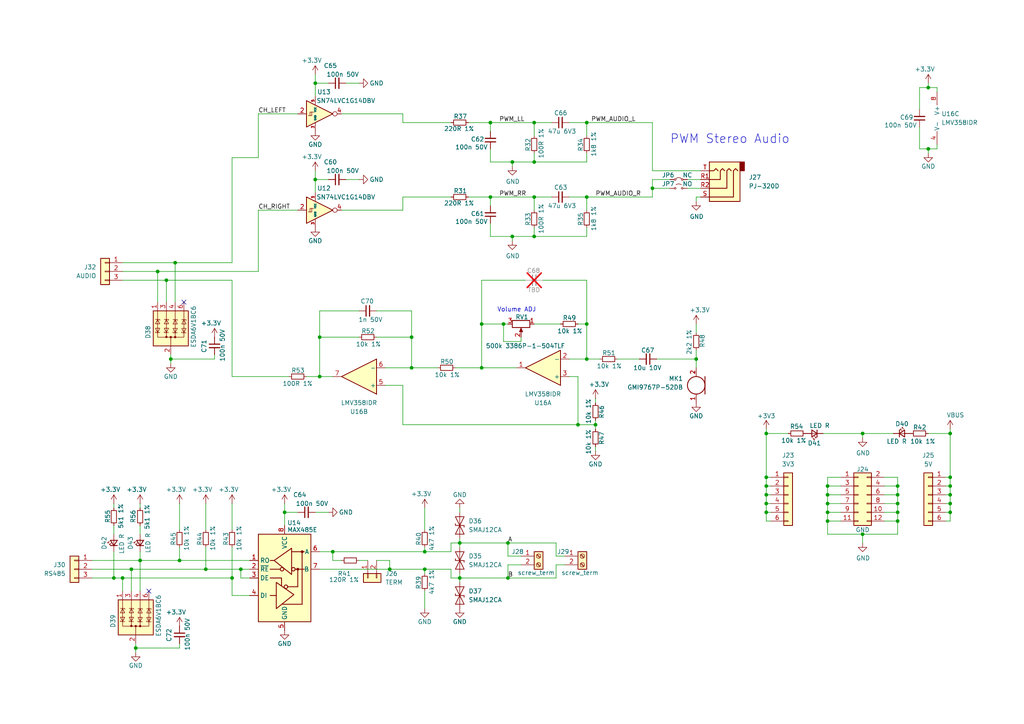
<source format=kicad_sch>
(kicad_sch (version 20231120) (generator "eeschema") (generator_version "8.0")
  (paper "A4")
  (junction (at 222.25 143.51))
  (junction (at 269.24 43.18))
  (junction (at 222.25 148.59))
  (junction (at 275.59 138.43))
  (junction (at 113.03 165.1))
  (junction (at 275.59 125.73))
  (junction (at 172.72 123.19))
  (junction (at 142.24 35.56))
  (junction (at 147.32 157.48))
  (junction (at 133.35 167.64))
  (junction (at 275.59 140.97))
  (junction (at 33.02 167.64))
  (junction (at 38.1 165.1))
  (junction (at 123.19 160.02))
  (junction (at 154.94 35.56))
  (junction (at 59.69 165.1))
  (junction (at 45.72 78.74))
  (junction (at 96.52 160.02))
  (junction (at 260.35 148.59))
  (junction (at 146.05 93.98))
  (junction (at 275.59 143.51))
  (junction (at 260.35 143.51))
  (junction (at 39.37 187.96))
  (junction (at 49.53 104.14))
  (junction (at 35.56 167.64))
  (junction (at 139.7 106.68))
  (junction (at 91.44 52.07))
  (junction (at 260.35 140.97))
  (junction (at 222.25 140.97))
  (junction (at 92.71 97.79))
  (junction (at 275.59 146.05))
  (junction (at 240.03 140.97))
  (junction (at 50.8 76.2))
  (junction (at 82.55 148.59))
  (junction (at 148.59 68.58))
  (junction (at 201.93 104.14))
  (junction (at 139.7 93.98))
  (junction (at 222.25 146.05))
  (junction (at 170.18 93.98))
  (junction (at 142.24 57.15))
  (junction (at 250.19 154.94))
  (junction (at 40.64 162.56))
  (junction (at 133.35 157.48))
  (junction (at 170.18 57.15))
  (junction (at 260.35 146.05))
  (junction (at 48.26 81.28))
  (junction (at 170.18 35.56))
  (junction (at 52.07 162.56))
  (junction (at 250.19 125.73))
  (junction (at 154.94 57.15))
  (junction (at 147.32 167.64))
  (junction (at 167.64 123.19))
  (junction (at 69.85 165.1))
  (junction (at 91.44 24.13))
  (junction (at 119.38 106.68))
  (junction (at 222.25 125.73))
  (junction (at 148.59 46.99))
  (junction (at 170.18 104.14))
  (junction (at 123.19 165.1))
  (junction (at 92.71 109.22))
  (junction (at 154.94 46.99))
  (junction (at 240.03 143.51))
  (junction (at 67.31 167.64))
  (junction (at 119.38 97.79))
  (junction (at 269.24 25.4))
  (junction (at 260.35 151.13))
  (junction (at 275.59 148.59))
  (junction (at 189.23 54.61))
  (junction (at 240.03 151.13))
  (junction (at 240.03 148.59))
  (junction (at 154.94 68.58))
  (junction (at 240.03 146.05))
  (junction (at 222.25 138.43))
  (no_connect (at 43.18 171.45))
  (no_connect (at 53.34 87.63))
  (wire (pts (xy 222.25 148.59) (xy 222.25 151.13)))
  (wire (pts (xy 130.81 167.64) (xy 133.35 167.64)))
  (wire (pts (xy 74.93 60.96) (xy 86.36 60.96)))
  (wire (pts (xy 142.24 59.69) (xy 142.24 57.15)))
  (wire (pts (xy 163.83 163.83) (xy 161.29 163.83)))
  (wire (pts (xy 250.19 154.94) (xy 250.19 157.48)))
  (wire (pts (xy 275.59 148.59) (xy 275.59 151.13)))
  (wire (pts (xy 269.24 24.13) (xy 269.24 25.4)))
  (wire (pts (xy 154.94 35.56) (xy 160.02 35.56)))
  (wire (pts (xy 240.03 146.05) (xy 240.03 148.59)))
  (wire (pts (xy 142.24 57.15) (xy 154.94 57.15)))
  (wire (pts (xy 92.71 97.79) (xy 92.71 109.22)))
  (wire (pts (xy 142.24 43.18) (xy 142.24 46.99)))
  (wire (pts (xy 170.18 81.28) (xy 170.18 93.98)))
  (wire (pts (xy 269.24 125.73) (xy 275.59 125.73)))
  (wire (pts (xy 275.59 125.73) (xy 275.59 138.43)))
  (wire (pts (xy 172.72 115.57) (xy 172.72 116.84)))
  (wire (pts (xy 67.31 146.05) (xy 67.31 153.67)))
  (wire (pts (xy 67.31 81.28) (xy 67.31 109.22)))
  (wire (pts (xy 116.84 123.19) (xy 116.84 111.76)))
  (wire (pts (xy 146.05 93.98) (xy 139.7 93.98)))
  (wire (pts (xy 26.67 167.64) (xy 33.02 167.64)))
  (wire (pts (xy 266.7 31.75) (xy 266.7 25.4)))
  (wire (pts (xy 62.23 102.87) (xy 62.23 104.14)))
  (wire (pts (xy 67.31 167.64) (xy 67.31 172.72)))
  (wire (pts (xy 274.32 148.59) (xy 275.59 148.59)))
  (wire (pts (xy 52.07 146.05) (xy 52.07 153.67)))
  (wire (pts (xy 127 106.68) (xy 119.38 106.68)))
  (wire (pts (xy 148.59 46.99) (xy 154.94 46.99)))
  (wire (pts (xy 123.19 160.02) (xy 123.19 158.75)))
  (wire (pts (xy 113.03 165.1) (xy 123.19 165.1)))
  (wire (pts (xy 172.72 129.54) (xy 172.72 130.81)))
  (wire (pts (xy 165.1 57.15) (xy 170.18 57.15)))
  (wire (pts (xy 189.23 49.53) (xy 189.23 35.56)))
  (wire (pts (xy 170.18 104.14) (xy 165.1 104.14)))
  (wire (pts (xy 133.35 167.64) (xy 133.35 168.91)))
  (wire (pts (xy 256.54 138.43) (xy 260.35 138.43)))
  (wire (pts (xy 50.8 76.2) (xy 35.56 76.2)))
  (wire (pts (xy 275.59 143.51) (xy 275.59 146.05)))
  (wire (pts (xy 142.24 46.99) (xy 148.59 46.99)))
  (wire (pts (xy 49.53 102.87) (xy 49.53 104.14)))
  (wire (pts (xy 135.89 35.56) (xy 142.24 35.56)))
  (wire (pts (xy 162.56 93.98) (xy 154.94 93.98)))
  (wire (pts (xy 170.18 44.45) (xy 170.18 46.99)))
  (wire (pts (xy 222.25 140.97) (xy 223.52 140.97)))
  (wire (pts (xy 52.07 187.96) (xy 39.37 187.96)))
  (wire (pts (xy 151.13 161.29) (xy 147.32 161.29)))
  (wire (pts (xy 91.44 24.13) (xy 91.44 27.94)))
  (wire (pts (xy 240.03 146.05) (xy 243.84 146.05)))
  (wire (pts (xy 274.32 143.51) (xy 275.59 143.51)))
  (wire (pts (xy 172.72 123.19) (xy 172.72 124.46)))
  (wire (pts (xy 33.02 160.02) (xy 33.02 167.64)))
  (wire (pts (xy 109.22 97.79) (xy 119.38 97.79)))
  (wire (pts (xy 133.35 157.48) (xy 133.35 158.75)))
  (wire (pts (xy 133.35 167.64) (xy 147.32 167.64)))
  (wire (pts (xy 201.93 101.6) (xy 201.93 104.14)))
  (wire (pts (xy 222.25 151.13) (xy 223.52 151.13)))
  (wire (pts (xy 48.26 81.28) (xy 48.26 87.63)))
  (wire (pts (xy 69.85 165.1) (xy 69.85 167.64)))
  (wire (pts (xy 151.13 163.83) (xy 147.32 163.83)))
  (wire (pts (xy 91.44 148.59) (xy 95.25 148.59)))
  (wire (pts (xy 275.59 138.43) (xy 275.59 140.97)))
  (wire (pts (xy 33.02 146.05) (xy 33.02 147.32)))
  (wire (pts (xy 67.31 158.75) (xy 67.31 167.64)))
  (wire (pts (xy 123.19 165.1) (xy 130.81 165.1)))
  (wire (pts (xy 146.05 93.98) (xy 147.32 93.98)))
  (wire (pts (xy 172.72 121.92) (xy 172.72 123.19)))
  (wire (pts (xy 163.83 161.29) (xy 161.29 161.29)))
  (wire (pts (xy 39.37 186.69) (xy 39.37 187.96)))
  (wire (pts (xy 275.59 146.05) (xy 275.59 148.59)))
  (wire (pts (xy 33.02 167.64) (xy 35.56 167.64)))
  (wire (pts (xy 154.94 57.15) (xy 154.94 60.96)))
  (wire (pts (xy 189.23 54.61) (xy 194.31 54.61)))
  (wire (pts (xy 201.93 93.98) (xy 201.93 96.52)))
  (wire (pts (xy 91.44 52.07) (xy 95.25 52.07)))
  (wire (pts (xy 222.25 143.51) (xy 222.25 146.05)))
  (wire (pts (xy 260.35 138.43) (xy 260.35 140.97)))
  (wire (pts (xy 35.56 167.64) (xy 35.56 171.45)))
  (wire (pts (xy 240.03 148.59) (xy 240.03 151.13)))
  (wire (pts (xy 59.69 146.05) (xy 59.69 153.67)))
  (wire (pts (xy 266.7 43.18) (xy 269.24 43.18)))
  (wire (pts (xy 260.35 143.51) (xy 260.35 146.05)))
  (wire (pts (xy 222.25 146.05) (xy 223.52 146.05)))
  (wire (pts (xy 82.55 148.59) (xy 86.36 148.59)))
  (wire (pts (xy 240.03 148.59) (xy 243.84 148.59)))
  (wire (pts (xy 266.7 25.4) (xy 269.24 25.4)))
  (wire (pts (xy 256.54 143.51) (xy 260.35 143.51)))
  (wire (pts (xy 38.1 165.1) (xy 59.69 165.1)))
  (wire (pts (xy 256.54 140.97) (xy 260.35 140.97)))
  (wire (pts (xy 154.94 44.45) (xy 154.94 46.99)))
  (wire (pts (xy 123.19 160.02) (xy 130.81 160.02)))
  (wire (pts (xy 130.81 165.1) (xy 130.81 167.64)))
  (wire (pts (xy 189.23 54.61) (xy 189.23 57.15)))
  (wire (pts (xy 154.94 66.04) (xy 154.94 68.58)))
  (wire (pts (xy 201.93 104.14) (xy 201.93 106.68)))
  (wire (pts (xy 119.38 106.68) (xy 111.76 106.68)))
  (wire (pts (xy 100.33 52.07) (xy 104.14 52.07)))
  (wire (pts (xy 240.03 138.43) (xy 240.03 140.97)))
  (wire (pts (xy 139.7 81.28) (xy 139.7 93.98)))
  (wire (pts (xy 146.05 99.06) (xy 146.05 93.98)))
  (wire (pts (xy 167.64 123.19) (xy 167.64 109.22)))
  (wire (pts (xy 148.59 68.58) (xy 154.94 68.58)))
  (wire (pts (xy 173.99 104.14) (xy 170.18 104.14)))
  (wire (pts (xy 240.03 151.13) (xy 243.84 151.13)))
  (wire (pts (xy 170.18 57.15) (xy 170.18 60.96)))
  (wire (pts (xy 157.48 81.28) (xy 170.18 81.28)))
  (wire (pts (xy 142.24 68.58) (xy 148.59 68.58)))
  (wire (pts (xy 67.31 45.72) (xy 74.93 45.72)))
  (wire (pts (xy 170.18 66.04) (xy 170.18 68.58)))
  (wire (pts (xy 201.93 104.14) (xy 190.5 104.14)))
  (wire (pts (xy 33.02 152.4) (xy 33.02 154.94)))
  (wire (pts (xy 99.06 33.02) (xy 116.84 33.02)))
  (wire (pts (xy 67.31 76.2) (xy 50.8 76.2)))
  (wire (pts (xy 116.84 35.56) (xy 130.81 35.56)))
  (wire (pts (xy 240.03 140.97) (xy 243.84 140.97)))
  (wire (pts (xy 139.7 93.98) (xy 139.7 106.68)))
  (wire (pts (xy 222.25 140.97) (xy 222.25 143.51)))
  (wire (pts (xy 161.29 161.29) (xy 161.29 157.48)))
  (wire (pts (xy 271.78 25.4) (xy 271.78 26.67)))
  (wire (pts (xy 266.7 36.83) (xy 266.7 43.18)))
  (wire (pts (xy 147.32 157.48) (xy 147.32 161.29)))
  (wire (pts (xy 154.94 68.58) (xy 170.18 68.58)))
  (wire (pts (xy 45.72 78.74) (xy 74.93 78.74)))
  (wire (pts (xy 222.25 138.43) (xy 223.52 138.43)))
  (wire (pts (xy 275.59 140.97) (xy 275.59 143.51)))
  (wire (pts (xy 96.52 162.56) (xy 96.52 160.02)))
  (wire (pts (xy 69.85 167.64) (xy 72.39 167.64)))
  (wire (pts (xy 40.64 160.02) (xy 40.64 162.56)))
  (wire (pts (xy 82.55 146.05) (xy 82.55 148.59)))
  (wire (pts (xy 269.24 43.18) (xy 271.78 43.18)))
  (wire (pts (xy 130.81 157.48) (xy 133.35 157.48)))
  (wire (pts (xy 172.72 123.19) (xy 167.64 123.19)))
  (wire (pts (xy 45.72 78.74) (xy 45.72 87.63)))
  (wire (pts (xy 154.94 46.99) (xy 170.18 46.99)))
  (wire (pts (xy 130.81 160.02) (xy 130.81 157.48)))
  (wire (pts (xy 104.14 162.56) (xy 106.68 162.56)))
  (wire (pts (xy 52.07 162.56) (xy 72.39 162.56)))
  (wire (pts (xy 67.31 172.72) (xy 72.39 172.72)))
  (wire (pts (xy 119.38 90.17) (xy 119.38 97.79)))
  (wire (pts (xy 222.25 124.46) (xy 222.25 125.73)))
  (wire (pts (xy 260.35 146.05) (xy 260.35 148.59)))
  (wire (pts (xy 260.35 140.97) (xy 260.35 143.51)))
  (wire (pts (xy 50.8 76.2) (xy 50.8 87.63)))
  (wire (pts (xy 72.39 165.1) (xy 69.85 165.1)))
  (wire (pts (xy 260.35 148.59) (xy 260.35 151.13)))
  (wire (pts (xy 26.67 162.56) (xy 40.64 162.56)))
  (wire (pts (xy 222.25 125.73) (xy 222.25 138.43)))
  (wire (pts (xy 250.19 125.73) (xy 250.19 127)))
  (wire (pts (xy 100.33 24.13) (xy 104.14 24.13)))
  (wire (pts (xy 40.64 146.05) (xy 40.64 147.32)))
  (wire (pts (xy 161.29 167.64) (xy 147.32 167.64)))
  (wire (pts (xy 139.7 106.68) (xy 149.86 106.68)))
  (wire (pts (xy 91.44 21.59) (xy 91.44 24.13)))
  (wire (pts (xy 148.59 46.99) (xy 148.59 48.26)))
  (wire (pts (xy 67.31 109.22) (xy 83.82 109.22)))
  (wire (pts (xy 40.64 162.56) (xy 40.64 171.45)))
  (wire (pts (xy 148.59 68.58) (xy 148.59 69.85)))
  (wire (pts (xy 96.52 160.02) (xy 123.19 160.02)))
  (wire (pts (xy 49.53 104.14) (xy 49.53 105.41)))
  (wire (pts (xy 170.18 93.98) (xy 170.18 104.14)))
  (wire (pts (xy 91.44 49.53) (xy 91.44 52.07)))
  (wire (pts (xy 154.94 39.37) (xy 154.94 35.56)))
  (wire (pts (xy 116.84 111.76) (xy 111.76 111.76)))
  (wire (pts (xy 240.03 143.51) (xy 240.03 146.05)))
  (wire (pts (xy 170.18 35.56) (xy 170.18 39.37)))
  (wire (pts (xy 123.19 165.1) (xy 123.19 166.37)))
  (wire (pts (xy 189.23 52.07) (xy 189.23 54.61)))
  (wire (pts (xy 39.37 187.96) (xy 39.37 189.23)))
  (wire (pts (xy 139.7 106.68) (xy 132.08 106.68)))
  (wire (pts (xy 40.64 152.4) (xy 40.64 154.94)))
  (wire (pts (xy 274.32 138.43) (xy 275.59 138.43)))
  (wire (pts (xy 250.19 125.73) (xy 259.08 125.73)))
  (wire (pts (xy 201.93 57.15) (xy 201.93 58.42)))
  (wire (pts (xy 147.32 163.83) (xy 147.32 167.64)))
  (wire (pts (xy 116.84 33.02) (xy 116.84 35.56)))
  (wire (pts (xy 35.56 167.64) (xy 67.31 167.64)))
  (wire (pts (xy 151.13 99.06) (xy 146.05 99.06)))
  (wire (pts (xy 256.54 148.59) (xy 260.35 148.59)))
  (wire (pts (xy 99.06 162.56) (xy 96.52 162.56)))
  (wire (pts (xy 92.71 109.22) (xy 88.9 109.22)))
  (wire (pts (xy 222.25 148.59) (xy 223.52 148.59)))
  (wire (pts (xy 52.07 186.69) (xy 52.07 187.96)))
  (wire (pts (xy 142.24 64.77) (xy 142.24 68.58)))
  (wire (pts (xy 92.71 165.1) (xy 113.03 165.1)))
  (wire (pts (xy 91.44 24.13) (xy 95.25 24.13)))
  (wire (pts (xy 203.2 57.15) (xy 201.93 57.15)))
  (wire (pts (xy 189.23 52.07) (xy 194.31 52.07)))
  (wire (pts (xy 67.31 45.72) (xy 67.31 76.2)))
  (wire (pts (xy 275.59 124.46) (xy 275.59 125.73)))
  (wire (pts (xy 238.76 125.73) (xy 250.19 125.73)))
  (wire (pts (xy 74.93 33.02) (xy 86.36 33.02)))
  (wire (pts (xy 116.84 60.96) (xy 116.84 57.15)))
  (wire (pts (xy 243.84 143.51) (xy 240.03 143.51)))
  (wire (pts (xy 113.03 162.56) (xy 113.03 165.1)))
  (wire (pts (xy 52.07 158.75) (xy 52.07 162.56)))
  (wire (pts (xy 240.03 151.13) (xy 240.03 154.94)))
  (wire (pts (xy 203.2 49.53) (xy 189.23 49.53)))
  (wire (pts (xy 38.1 165.1) (xy 38.1 171.45)))
  (wire (pts (xy 271.78 43.18) (xy 271.78 41.91)))
  (wire (pts (xy 161.29 163.83) (xy 161.29 167.64)))
  (wire (pts (xy 119.38 97.79) (xy 119.38 106.68)))
  (wire (pts (xy 256.54 146.05) (xy 260.35 146.05)))
  (wire (pts (xy 104.14 90.17) (xy 92.71 90.17)))
  (wire (pts (xy 109.22 90.17) (xy 119.38 90.17)))
  (wire (pts (xy 35.56 81.28) (xy 48.26 81.28)))
  (wire (pts (xy 135.89 57.15) (xy 142.24 57.15)))
  (wire (pts (xy 161.29 157.48) (xy 147.32 157.48)))
  (wire (pts (xy 152.4 81.28) (xy 139.7 81.28)))
  (wire (pts (xy 189.23 35.56) (xy 170.18 35.56)))
  (wire (pts (xy 133.35 157.48) (xy 147.32 157.48)))
  (wire (pts (xy 142.24 38.1) (xy 142.24 35.56)))
  (wire (pts (xy 269.24 43.18) (xy 269.24 44.45)))
  (wire (pts (xy 116.84 57.15) (xy 130.81 57.15)))
  (wire (pts (xy 167.64 93.98) (xy 170.18 93.98)))
  (wire (pts (xy 275.59 151.13) (xy 274.32 151.13)))
  (wire (pts (xy 165.1 35.56) (xy 170.18 35.56)))
  (wire (pts (xy 199.39 54.61) (xy 203.2 54.61)))
  (wire (pts (xy 133.35 157.48) (xy 133.35 156.21)))
  (wire (pts (xy 92.71 90.17) (xy 92.71 97.79)))
  (wire (pts (xy 133.35 167.64) (xy 133.35 166.37)))
  (wire (pts (xy 59.69 158.75) (xy 59.69 165.1)))
  (wire (pts (xy 154.94 57.15) (xy 160.02 57.15)))
  (wire (pts (xy 109.22 162.56) (xy 113.03 162.56)))
  (wire (pts (xy 26.67 165.1) (xy 38.1 165.1)))
  (wire (pts (xy 92.71 160.02) (xy 96.52 160.02)))
  (wire (pts (xy 74.93 45.72) (xy 74.93 33.02)))
  (wire (pts (xy 256.54 151.13) (xy 260.35 151.13)))
  (wire (pts (xy 274.32 140.97) (xy 275.59 140.97)))
  (wire (pts (xy 222.25 146.05) (xy 222.25 148.59)))
  (wire (pts (xy 222.25 125.73) (xy 228.6 125.73)))
  (wire (pts (xy 35.56 78.74) (xy 45.72 78.74)))
  (wire (pts (xy 48.26 81.28) (xy 67.31 81.28)))
  (wire (pts (xy 222.25 138.43) (xy 222.25 140.97)))
  (wire (pts (xy 269.24 25.4) (xy 271.78 25.4)))
  (wire (pts (xy 91.44 52.07) (xy 91.44 55.88)))
  (wire (pts (xy 260.35 154.94) (xy 250.19 154.94)))
  (wire (pts (xy 243.84 138.43) (xy 240.03 138.43)))
  (wire (pts (xy 99.06 60.96) (xy 116.84 60.96)))
  (wire (pts (xy 274.32 146.05) (xy 275.59 146.05)))
  (wire (pts (xy 260.35 151.13) (xy 260.35 154.94)))
  (wire (pts (xy 167.64 109.22) (xy 165.1 109.22)))
  (wire (pts (xy 74.93 78.74) (xy 74.93 60.96)))
  (wire (pts (xy 167.64 123.19) (xy 116.84 123.19)))
  (wire (pts (xy 82.55 148.59) (xy 82.55 152.4)))
  (wire (pts (xy 189.23 57.15) (xy 170.18 57.15)))
  (wire (pts (xy 199.39 52.07) (xy 203.2 52.07)))
  (wire (pts (xy 92.71 109.22) (xy 96.52 109.22)))
  (wire (pts (xy 62.23 104.14) (xy 49.53 104.14)))
  (wire (pts (xy 240.03 140.97) (xy 240.03 143.51)))
  (wire (pts (xy 142.24 35.56) (xy 154.94 35.56)))
  (wire (pts (xy 40.64 162.56) (xy 52.07 162.56)))
  (wire (pts (xy 133.35 147.32) (xy 133.35 148.59)))
  (wire (pts (xy 240.03 154.94) (xy 250.19 154.94)))
  (wire (pts (xy 59.69 165.1) (xy 69.85 165.1)))
  (wire (pts (xy 151.13 97.79) (xy 151.13 99.06)))
  (wire (pts (xy 185.42 104.14) (xy 179.07 104.14)))
  (wire (pts (xy 104.14 97.79) (xy 92.71 97.79)))
  (wire (pts (xy 222.25 143.51) (xy 223.52 143.51)))
  (wire (pts (xy 123.19 171.45) (xy 123.19 176.53)))
  (wire (pts (xy 123.19 147.32) (xy 123.19 153.67)))
  (text "PWM Stereo Audio" (at 194.31 41.91 0) (effects (font (size 2.54 2.54)) (justify left bottom)))
  (text "Volume ADJ" (at 149.86 89.916 0) (effects (font (size 1.27 1.27))))
  (label "CH_LEFT" (at 74.93 33.02 0))
  (label "B" (at 147.32 167.64 0))
  (label "PWM_RR" (at 144.78 57.15 0))
  (label "CH_RIGHT" (at 74.93 60.96 0))
  (label "PWM_AUDIO_L" (at 171.45 35.56 0))
  (label "PWM_LL" (at 144.78 35.56 0))
  (label "A" (at 147.32 157.48 0))
  (label "PWM_AUDIO_R" (at 172.72 57.15 0))
  (symbol (lib_id "Device:R_Small") (at 201.93 99.06 0) (mirror y) (unit 1)
    (property "Reference" "R48" (at 203.708 100.838 90) (effects (justify left)))
    (property "Value" "2k2 1%" (at 199.898 102.87 90) (effects (justify left)))
    (property "Footprint" "Resistor_SMD:R_0603_1608Metric_Pad0.98x0.95mm_HandSolder" (effects (hide yes)))
  )
  (symbol (lib_id "Device:R_Small") (at 176.53 104.14 90) (mirror x) (unit 1)
    (property "Reference" "R51" (at 178.562 102.362 90) (effects (justify left)))
    (property "Value" "10k 1%" (at 180.34 106.172 90) (effects (justify left)))
    (property "Footprint" "Resistor_SMD:R_0603_1608Metric_Pad0.98x0.95mm_HandSolder" (effects (hide yes)))
  )
  (symbol (lib_id "Device:C_Small") (at 142.24 40.64 180) (unit 1)
    (property "Reference" "C62" (at 140.462 40.386 0) (effects (justify left)))
    (property "Value" "100n 50V" (at 141.478 42.672 0) (effects (justify left)))
    (property "Footprint" "Capacitor_SMD:C_0603_1608Metric_Pad1.08x0.95mm_HandSolder" (effects (hide yes)))
    (property "jlc" "C14663" (effects (hide yes)))
  )
  (symbol (lib_id "power:GND") (at 104.14 52.07 90) (unit 1)
    (property "Reference" "#PWR0207" (effects (hide yes)))
    (property "Value" "GND" (at 109.22 52.07 90))
  )
  (symbol (lib_id "Connector:Screw_Terminal_01x02") (at 156.21 161.29 0) (unit 1)
    (property "Reference" "J28" (at 148.336 160.02 0) (effects (justify left)))
    (property "Value" "screw_term" (at 150.114 166.116 0) (effects (justify left)))
    (property "Footprint" "TerminalBlock_Phoenix:TerminalBlock_Phoenix_MKDS-1,5-2-5.08_1x02_P5.08mm_Horizontal" (effects (hide yes)))
    (property "Description" "Generic screw terminal, single row, 01x02, script generated (kicad-library-utils/schlib/autogen/connector/)" (effects (hide yes)))
    (property "jlc" "C395734" (effects (hide yes)))
  )
  (symbol (lib_id "Device:LED_Small") (at 261.62 125.73 0) (unit 1)
    (property "Reference" "D40" (at 261.62 122.936 0))
    (property "Value" "LED R" (at 260.096 128.016 0))
    (property "Footprint" "LED_SMD:LED_0603_1608Metric_Pad1.05x0.95mm_HandSolder" (effects (hide yes)))
    (property "LED" "C2286" (effects (hide yes)))
    (property "jlc" "C2286" (effects (hide yes)))
  )
  (symbol (lib_id "power:+3.3V") (at 91.44 21.59 0) (unit 1)
    (property "Reference" "#PWR0211" (effects (hide yes)))
    (property "Value" "+3.3V" (at 90.424 17.526 0))
    (property "Description" "Power symbol creates a global label with name \"+3.3V\"" (effects (hide yes)))
  )
  (symbol (lib_id "Device:C_Small") (at 187.96 104.14 270) (mirror x) (unit 1)
    (property "Reference" "C67" (at 185.928 101.6 90) (effects (justify left)))
    (property "Value" "10u 10V" (at 183.642 106.68 90) (effects (justify left)))
    (property "Footprint" "Capacitor_SMD:C_0603_1608Metric_Pad1.08x0.95mm_HandSolder" (effects (hide yes)))
    (property "jlc" "C19702" (effects (hide yes)))
  )
  (symbol (lib_id "power:GND") (at 123.19 176.53 0) (unit 1)
    (property "Reference" "#PWR0216" (effects (hide yes)))
    (property "Value" "GND" (at 123.19 180.34 0))
  )
  (symbol (lib_id "power:+3.3V") (at 59.69 146.05 0) (unit 1)
    (property "Reference" "#PWR0220" (effects (hide yes)))
    (property "Value" "+3.3V" (at 58.674 141.986 0))
    (property "Description" "Power symbol creates a global label with name \"+3.3V\"" (effects (hide yes)))
  )
  (symbol (lib_id "Device:C_Small") (at 266.7 34.29 180) (unit 1)
    (property "Reference" "C69" (at 264.922 34.036 0) (effects (justify left)))
    (property "Value" "100n 50V" (at 265.938 36.322 0) (effects (justify left)))
    (property "Footprint" "Capacitor_SMD:C_0603_1608Metric_Pad1.08x0.95mm_HandSolder" (effects (hide yes)))
    (property "jlc" "C14663" (effects (hide yes)))
  )
  (symbol (lib_id "power:GND") (at 172.72 130.81 0) (mirror y) (unit 1)
    (property "Reference" "#PWR0225" (effects (hide yes)))
    (property "Value" "GND" (at 172.72 134.62 0))
  )
  (symbol (lib_id "Device:R_Small") (at 231.14 125.73 270) (mirror x) (unit 1)
    (property "Reference" "R54" (at 229.108 123.698 90) (effects (justify left)))
    (property "Value" "10k 1%" (at 226.568 127.762 90) (effects (justify left)))
    (property "Footprint" "Resistor_SMD:R_0603_1608Metric_Pad0.98x0.95mm_HandSolder" (effects (hide yes)))
  )
  (symbol (lib_id "74xGxx:SN74LVC1G14DBV") (at 91.44 60.96 0) (unit 1)
    (property "Reference" "U12" (at 93.98 54.61 0))
    (property "Value" "SN74LVC1G14DBV" (at 100.33 57.15 0))
    (property "Footprint" "Package_TO_SOT_SMD:SOT-23-5" (effects (hide yes)))
    (property "Datasheet" "http://www.ti.com/lit/ds/symlink/sn74lvc1g14.pdf" (effects (hide yes)))
    (property "M" "Texas Instruments" (effects (hide yes)))
    (property "MPN" "SN74LVC1G14DBV" (effects (hide yes)))
    (property "jlc" "C7835" (effects (hide yes)))
  )
  (symbol (lib_id "Connector_Generic:Conn_01x02") (at 106.68 167.64 90) (mirror x) (unit 1)
    (property "Reference" "J26" (at 111.76 166.3699 90) (effects (justify right)))
    (property "Value" "TERM" (at 111.76 168.9099 90) (effects (justify right)))
    (property "Footprint" "Connector_PinHeader_2.54mm:PinHeader_1x02_P2.54mm_Vertical" (effects (hide yes)))
    (property "Description" "Generic connector, single row, 01x02, script generated (kicad-library-utils/schlib/autogen/connector/)" (effects (hide yes)))
    (property "jlc" "C492401" (effects (hide yes)))
  )
  (symbol (lib_id "power:GND") (at 91.44 38.1 0) (unit 1)
    (property "Reference" "#PWR0209" (effects (hide yes)))
    (property "Value" "GND" (at 91.44 41.91 0))
  )
  (symbol (lib_id "Device:R_Small") (at 33.02 149.86 180) (unit 1)
    (property "Reference" "R55" (at 31.242 147.828 90) (effects (justify left)))
    (property "Value" "5k1 1%" (at 35.052 146.05 90) (effects (justify left)))
    (property "Footprint" "Resistor_SMD:R_0603_1608Metric_Pad0.98x0.95mm_HandSolder" (effects (hide yes)))
  )
  (symbol (lib_id "power:GND") (at 39.37 189.23 0) (unit 1)
    (property "Reference" "#PWR0231" (effects (hide yes)))
    (property "Value" "GND" (at 39.37 193.04 0))
    (property "Description" "Power symbol creates a global label with name \"GND\" , ground" (effects (hide yes)))
  )
  (symbol (lib_id "power:GND") (at 269.24 44.45 0) (unit 1)
    (property "Reference" "#PWR0228" (effects (hide yes)))
    (property "Value" "GND" (at 269.24 48.26 0))
  )
  (symbol (lib_id "Connector_Generic:Conn_01x03") (at 30.48 78.74 0) (mirror y) (unit 1)
    (property "Reference" "J32" (at 27.94 77.4699 0) (effects (justify left)))
    (property "Value" "AUDIO" (at 27.94 80.0099 0) (effects (justify left)))
    (property "Footprint" "Connector_PinHeader_2.54mm:PinHeader_1x03_P2.54mm_Vertical" (effects (hide yes)))
    (property "Description" "Generic connector, single row, 01x03, script generated (kicad-library-utils/schlib/autogen/connector/)" (effects (hide yes)))
    (property "jlc" "C49257" (effects (hide yes)))
  )
  (symbol (lib_id "power:+3.3V") (at 52.07 146.05 0) (unit 1)
    (property "Reference" "#PWR0221" (effects (hide yes)))
    (property "Value" "+3.3V" (at 51.054 141.986 0))
    (property "Description" "Power symbol creates a global label with name \"+3.3V\"" (effects (hide yes)))
  )
  (symbol (lib_id "Device:R_Small") (at 154.94 63.5 0) (unit 1)
    (property "Reference" "R33" (at 153.162 65.532 90) (effects (justify left)))
    (property "Value" "100R 1%" (at 156.972 67.818 90) (effects (justify left)))
    (property "Footprint" "Resistor_SMD:R_0603_1608Metric_Pad0.98x0.95mm_HandSolder" (effects (hide yes)))
  )
  (symbol (lib_id "Device:R_Small") (at 106.68 97.79 90) (mirror x) (unit 1)
    (property "Reference" "R52" (at 108.712 96.012 90) (effects (justify left)))
    (property "Value" "10k 1%" (at 110.49 99.822 90) (effects (justify left)))
    (property "Footprint" "Resistor_SMD:R_0603_1608Metric_Pad0.98x0.95mm_HandSolder" (effects (hide yes)))
  )
  (symbol (lib_id "Device:C_Small") (at 142.24 62.23 180) (unit 1)
    (property "Reference" "C61" (at 140.462 61.976 0) (effects (justify left)))
    (property "Value" "100n 50V" (at 141.478 64.262 0) (effects (justify left)))
    (property "Footprint" "Capacitor_SMD:C_0603_1608Metric_Pad1.08x0.95mm_HandSolder" (effects (hide yes)))
    (property "jlc" "C14663" (effects (hide yes)))
  )
  (symbol (lib_id "Device:C_Small") (at 106.68 90.17 90) (mirror x) (unit 1)
    (property "Reference" "C70" (at 108.458 87.376 90) (effects (justify left)))
    (property "Value" "1n 50V" (at 110.998 92.71 90) (effects (justify left)))
    (property "Footprint" "Capacitor_SMD:C_0603_1608Metric_Pad1.08x0.95mm_HandSolder" (effects (hide yes)))
    (property "jlc" "C1588" (effects (hide yes)))
  )
  (symbol (lib_id "power:GND") (at 201.93 58.42 0) (unit 1)
    (property "Reference" "#PWR0203" (effects (hide yes)))
    (property "Value" "GND" (at 202.057 62.8142 0))
  )
  (symbol (lib_id "Jumper:Jumper_2_Small_Open") (at 196.85 54.61 0) (unit 1) (exclude_from_sim yes) (in_bom no)
    (property "Reference" "JP7" (at 193.802 53.34 0))
    (property "Value" "NO" (at 199.39 53.34 0))
    (property "Footprint" "Jumper:SolderJumper-2_P1.3mm_Open_RoundedPad1.0x1.5mm" (effects (hide yes)))
    (property "Description" "Jumper, 2-pole, small symbol, open" (effects (hide yes)))
  )
  (symbol (lib_id "power:GND") (at 91.44 66.04 0) (unit 1)
    (property "Reference" "#PWR0204" (effects (hide yes)))
    (property "Value" "GND" (at 91.44 69.85 0))
  )
  (symbol (lib_id "Device:R_Small") (at 129.54 106.68 90) (mirror x) (unit 1)
    (property "Reference" "R50" (at 131.572 104.902 90) (effects (justify left)))
    (property "Value" "10k 1%" (at 133.35 108.712 90) (effects (justify left)))
    (property "Footprint" "Resistor_SMD:R_0603_1608Metric_Pad0.98x0.95mm_HandSolder" (effects (hide yes)))
  )
  (symbol (lib_id "Device:R_Small") (at 123.19 156.21 0) (unit 1)
    (property "Reference" "R40" (at 121.412 158.242 90) (effects (justify left)))
    (property "Value" "4k7 1%" (at 125.222 159.766 90) (effects (justify left)))
    (property "Footprint" "Resistor_SMD:R_0603_1608Metric_Pad0.98x0.95mm_HandSolder" (effects (hide yes)))
  )
  (symbol (lib_id "Device:R_Small") (at 133.35 35.56 270) (unit 1)
    (property "Reference" "R37" (at 131.572 33.782 90) (effects (justify left)))
    (property "Value" "220R 1%" (at 128.778 37.338 90) (effects (justify left)))
    (property "Footprint" "Resistor_SMD:R_0603_1608Metric_Pad0.98x0.95mm_HandSolder" (effects (hide yes)))
  )
  (symbol (lib_id "Device:R_Small") (at 170.18 41.91 0) (unit 1)
    (property "Reference" "R34" (at 168.402 43.942 90) (effects (justify left)))
    (property "Value" "1k8 1%" (at 172.212 45.466 90) (effects (justify left)))
    (property "Footprint" "Resistor_SMD:R_0603_1608Metric_Pad0.98x0.95mm_HandSolder" (effects (hide yes)))
    (property "jlc" "C4177" (effects (hide yes)))
  )
  (symbol (lib_id "Device:LED_Small") (at 40.64 157.48 90) (unit 1)
    (property "Reference" "D43" (at 37.846 157.48 0))
    (property "Value" "LED R" (at 42.926 157.48 0))
    (property "Footprint" "LED_SMD:LED_0603_1608Metric_Pad1.05x0.95mm_HandSolder" (effects (hide yes)))
    (property "LED" "C2286" (effects (hide yes)))
    (property "jlc" "C2286" (effects (hide yes)))
  )
  (symbol (lib_id "power:+3.3V") (at 40.64 146.05 0) (unit 1)
    (property "Reference" "#PWR0234" (effects (hide yes)))
    (property "Value" "+3.3V" (at 39.624 141.986 0))
    (property "Description" "Power symbol creates a global label with name \"+3.3V\"" (effects (hide yes)))
  )
  (symbol (lib_id "power:VBUS") (at 275.59 124.46 0) (unit 1)
    (property "Reference" "#PWR0201" (effects (hide yes)))
    (property "Value" "VBUS" (at 277.114 120.396 0))
    (property "Description" "Power symbol creates a global label with name \"VBUS\"" (effects (hide yes)))
  )
  (symbol (lib_id "power:GND") (at 104.14 24.13 90) (unit 1)
    (property "Reference" "#PWR0210" (effects (hide yes)))
    (property "Value" "GND" (at 109.22 24.13 90))
  )
  (symbol (lib_id "Device:R_Small") (at 170.18 63.5 0) (unit 1)
    (property "Reference" "R35" (at 168.402 65.532 90) (effects (justify left)))
    (property "Value" "1k8 1%" (at 172.212 67.056 90) (effects (justify left)))
    (property "Footprint" "Resistor_SMD:R_0603_1608Metric_Pad0.98x0.95mm_HandSolder" (effects (hide yes)))
    (property "jlc" "C4177" (effects (hide yes)))
  )
  (symbol (lib_id "Device:LED_Small") (at 236.22 125.73 180) (unit 1)
    (property "Reference" "D41" (at 236.22 128.524 0))
    (property "Value" "LED R" (at 237.744 123.444 0))
    (property "Footprint" "LED_SMD:LED_0603_1608Metric_Pad1.05x0.95mm_HandSolder" (effects (hide yes)))
    (property "LED" "C2286" (effects (hide yes)))
    (property "jlc" "C2286" (effects (hide yes)))
  )
  (symbol (lib_id "Device:C_Small") (at 88.9 148.59 90) (unit 1)
    (property "Reference" "C64" (at 88.9 143.51 90) (effects (justify left)))
    (property "Value" "100n 50V" (at 95.25 146.05 90) (effects (justify left)))
    (property "Footprint" "Capacitor_SMD:C_0603_1608Metric_Pad1.08x0.95mm_HandSolder" (effects (hide yes)))
    (property "jlc" "C14663" (effects (hide yes)))
  )
  (symbol (lib_id "Device:C_Small") (at 162.56 57.15 90) (unit 1)
    (property "Reference" "C63" (at 164.592 54.356 90) (effects (justify left)))
    (property "Value" "47u 6V3" (at 167.132 59.69 90) (effects (justify left)))
    (property "Footprint" "Capacitor_SMD:C_0805_2012Metric" (effects (hide yes)))
    (property "jlc" "C16780" (effects (hide yes)))
  )
  (symbol (lib_id "power:+3.3V") (at 91.44 49.53 0) (unit 1)
    (property "Reference" "#PWR0202" (effects (hide yes)))
    (property "Value" "+3.3V" (at 90.424 45.466 0))
    (property "Description" "Power symbol creates a global label with name \"+3.3V\"" (effects (hide yes)))
  )
  (symbol (lib_id "Device:R_Small") (at 165.1 93.98 90) (mirror x) (unit 1)
    (property "Reference" "R49" (at 167.132 92.202 90) (effects (justify left)))
    (property "Value" "10k 1%" (at 168.91 96.012 90) (effects (justify left)))
    (property "Footprint" "Resistor_SMD:R_0603_1608Metric_Pad0.98x0.95mm_HandSolder" (effects (hide yes)))
  )
  (symbol (lib_id "Device:R_Small") (at 67.31 156.21 0) (unit 1)
    (property "Reference" "R43" (at 65.532 158.242 90) (effects (justify left)))
    (property "Value" "10k 1%" (at 69.342 159.766 90) (effects (justify left)))
    (property "Footprint" "Resistor_SMD:R_0603_1608Metric_Pad0.98x0.95mm_HandSolder" (effects (hide yes)))
  )
  (symbol (lib_id "Connector_Audio:AudioJack4") (at 208.28 54.61 180) (unit 1)
    (property "Reference" "J27" (at 217.17 51.4349 0) (effects (justify right)))
    (property "Value" "PJ-320D" (at 217.17 53.9749 0) (effects (justify right)))
    (property "Footprint" "Connector_Audio:Jack_3.5mm_PJ320D_Horizontal" (effects (hide yes)))
    (property "Description" "Audio Jack, 4 Poles (TRRS)" (effects (hide yes)))
    (property "jlc" "C431535" (effects (hide yes)))
  )
  (symbol (lib_id "Diode:SMAJ12CA") (at 133.35 152.4 90) (unit 1)
    (property "Reference" "D36" (at 135.89 151.1299 90) (effects (justify right)))
    (property "Value" "SMAJ12CA" (at 135.89 153.6699 90) (effects (justify right)))
    (property "Footprint" "Diode_SMD:D_SMA" (effects (hide yes)))
    (property "Datasheet" "https://www.littelfuse.com/media?resourcetype=datasheets&itemid=75e32973-b177-4ee3-a0ff-cedaf1abdb93&filename=smaj-datasheet" (effects (hide yes)))
    (property "Description" "400W bidirectional Transient Voltage Suppressor, 12.0Vr, SMA(DO-214AC)" (effects (hide yes)))
    (property "jlc" "C908818" (effects (hide yes)))
  )
  (symbol (lib_id "Connector_Generic:Conn_01x06") (at 228.6 143.51 0) (unit 1)
    (property "Reference" "J23" (at 228.6 132.08 0))
    (property "Value" "3V3" (at 228.6 134.62 0))
    (property "Footprint" "Connector_PinHeader_2.54mm:PinHeader_1x06_P2.54mm_Vertical" (effects (hide yes)))
    (property "Description" "Generic connector, single row, 01x06, script generated (kicad-library-utils/schlib/autogen/connector/)" (effects (hide yes)))
    (property "jlc" "C37208" (effects (hide yes)))
  )
  (symbol (lib_id "power:GND") (at 49.53 105.41 0) (unit 1)
    (property "Reference" "#PWR0229" (effects (hide yes)))
    (property "Value" "GND" (at 49.53 109.22 0))
    (property "Description" "Power symbol creates a global label with name \"GND\" , ground" (effects (hide yes)))
  )
  (symbol (lib_id "Device:C_Small") (at 162.56 35.56 90) (unit 1)
    (property "Reference" "C66" (at 164.592 32.766 90) (effects (justify left)))
    (property "Value" "47u 6V3" (at 167.132 38.1 90) (effects (justify left)))
    (property "Footprint" "Capacitor_SMD:C_0805_2012Metric" (effects (hide yes)))
    (property "jlc" "C16780" (effects (hide yes)))
  )
  (symbol (lib_id "Interface_UART:MAX485E") (at 82.55 167.64 0) (unit 1)
    (property "Reference" "U14" (at 83.312 151.638 0) (effects (justify left)))
    (property "Value" "MAX485E" (at 83.312 153.67 0) (effects (justify left)))
    (property "Footprint" "Package_SO:SOIC-8_3.9x4.9mm_P1.27mm" (effects (hide yes)))
    (property "Datasheet" "https://datasheets.maximintegrated.com/en/ds/MAX1487E-MAX491E.pdf" (effects (hide yes)))
    (property "Description" "Half duplex RS-485/RS-422, 2.5 Mbps, ±15kV electro-static discharge (ESD) protection, no slew-rate, no low-power shutdown, with receiver/driver enable, 32 receiver drive capability, DIP-8 and SOIC-8" (effects (hide yes)))
    (property "jlc" "C19738" (effects (hide yes)))
  )
  (symbol (lib_id "Device:R_Small") (at 123.19 168.91 0) (unit 1)
    (property "Reference" "R39" (at 121.412 170.942 90) (effects (justify left)))
    (property "Value" "4k7 1%" (at 125.222 172.466 90) (effects (justify left)))
    (property "Footprint" "Resistor_SMD:R_0603_1608Metric_Pad0.98x0.95mm_HandSolder" (effects (hide yes)))
  )
  (symbol (lib_id "Diode:SMAJ12CA") (at 133.35 172.72 90) (unit 1)
    (property "Reference" "D37" (at 135.89 171.4499 90) (effects (justify right)))
    (property "Value" "SMAJ12CA" (at 135.89 173.9899 90) (effects (justify right)))
    (property "Footprint" "Diode_SMD:D_SMA" (effects (hide yes)))
    (property "Datasheet" "https://www.littelfuse.com/media?resourcetype=datasheets&itemid=75e32973-b177-4ee3-a0ff-cedaf1abdb93&filename=smaj-datasheet" (effects (hide yes)))
    (property "Description" "400W bidirectional Transient Voltage Suppressor, 12.0Vr, SMA(DO-214AC)" (effects (hide yes)))
    (property "jlc" "C908818" (effects (hide yes)))
  )
  (symbol (lib_id "power:+3.3V") (at 269.24 24.13 0) (unit 1)
    (property "Reference" "#PWR0227" (effects (hide yes)))
    (property "Value" "+3.3V" (at 268.224 20.066 0))
    (property "Description" "Power symbol creates a global label with name \"+3.3V\"" (effects (hide yes)))
  )
  (symbol (lib_id "Device:LED_Small") (at 33.02 157.48 90) (unit 1)
    (property "Reference" "D42" (at 30.226 157.48 0))
    (property "Value" "LED R" (at 35.306 157.734 0))
    (property "Footprint" "LED_SMD:LED_0603_1608Metric_Pad1.05x0.95mm_HandSolder" (effects (hide yes)))
    (property "LED" "C2286" (effects (hide yes)))
    (property "jlc" "C2286" (effects (hide yes)))
  )
  (symbol (lib_id "Jumper:Jumper_2_Small_Bridged") (at 196.85 52.07 0) (unit 1) (exclude_from_sim yes) (in_bom no)
    (property "Reference" "JP6" (at 193.802 50.8 0))
    (property "Value" "NC" (at 199.39 50.8 0))
    (property "Footprint" "Jumper:SolderJumper-2_P1.3mm_Bridged_RoundedPad1.0x1.5mm" (effects (hide yes)))
    (property "Description" "Jumper, 2-pole, small symbol, bridged" (effects (hide yes)))
  )
  (symbol (lib_id "Device:R_Potentiometer") (at 151.13 93.98 270) (unit 1)
    (property "Reference" "RV1" (at 151.384 91.948 90))
    (property "Value" "500k 3386P-1-504TLF" (at 152.4 100.33 90))
    (property "Footprint" "Potentiometer_THT:Potentiometer_Bourns_3386P_Vertical" (effects (hide yes)))
    (property "Description" "Potentiometer" (effects (hide yes)))
    (property "jlc" "C116316" (effects (hide yes)))
  )
  (symbol (lib_id "power:+3.3V") (at 67.31 146.05 0) (unit 1)
    (property "Reference" "#PWR0224" (effects (hide yes)))
    (property "Value" "+3.3V" (at 66.294 141.986 0))
    (property "Description" "Power symbol creates a global label with name \"+3.3V\"" (effects (hide yes)))
  )
  (symbol (lib_id "power:GND") (at 250.19 157.48 0) (unit 1)
    (property "Reference" "#PWR0200" (effects (hide yes)))
    (property "Value" "GND" (at 250.317 161.8742 0))
  )
  (symbol (lib_id "Device:C_Small") (at 97.79 52.07 90) (unit 1)
    (property "Reference" "C60" (at 97.79 46.99 90) (effects (justify left)))
    (property "Value" "100n 50V" (at 104.14 49.53 90) (effects (justify left)))
    (property "Footprint" "Capacitor_SMD:C_0603_1608Metric_Pad1.08x0.95mm_HandSolder" (effects (hide yes)))
    (property "jlc" "C14663" (effects (hide yes)))
  )
  (symbol (lib_id "Connector_Generic:Conn_01x06") (at 269.24 143.51 0) (mirror y) (unit 1)
    (property "Reference" "J25" (at 269.24 132.08 0))
    (property "Value" "5V" (at 269.24 134.62 0))
    (property "Footprint" "Connector_PinHeader_2.54mm:PinHeader_1x06_P2.54mm_Vertical" (effects (hide yes)))
    (property "Description" "Generic connector, single row, 01x06, script generated (kicad-library-utils/schlib/autogen/connector/)" (effects (hide yes)))
    (property "jlc" "C37208" (effects (hide yes)))
  )
  (symbol (lib_id "Device:R_Small") (at 154.94 41.91 0) (unit 1)
    (property "Reference" "R32" (at 153.162 43.942 90) (effects (justify left)))
    (property "Value" "100R 1%" (at 156.972 45.974 90) (effects (justify left)))
    (property "Footprint" "Resistor_SMD:R_0603_1608Metric_Pad0.98x0.95mm_HandSolder" (effects (hide yes)))
  )
  (symbol (lib_id "power:+3.3V") (at 172.72 115.57 0) (mirror y) (unit 1)
    (property "Reference" "#PWR0223" (effects (hide yes)))
    (property "Value" "+3.3V" (at 173.736 111.506 0))
    (property "Description" "Power symbol creates a global label with name \"+3.3V\"" (effects (hide yes)))
  )
  (symbol (lib_id "Connector_Generic:Conn_01x03") (at 21.59 165.1 0) (mirror y) (unit 1)
    (property "Reference" "J30" (at 19.05 163.8299 0) (effects (justify left)))
    (property "Value" "RS485" (at 19.05 166.3699 0) (effects (justify left)))
    (property "Footprint" "Connector_PinHeader_2.54mm:PinHeader_1x03_P2.54mm_Vertical" (effects (hide yes)))
    (property "Description" "Generic connector, single row, 01x03, script generated (kicad-library-utils/schlib/autogen/connector/)" (effects (hide yes)))
    (property "jlc" "C49257" (effects (hide yes)))
  )
  (symbol (lib_id "Device:C_Small") (at 154.94 81.28 90) (mirror x) (unit 1) (in_bom no) (dnp yes)
    (property "Reference" "C68" (at 156.718 78.486 90) (effects (justify left)))
    (property "Value" "TBD" (at 156.718 84.074 90) (effects (justify left)))
    (property "Footprint" "Capacitor_SMD:C_0603_1608Metric_Pad1.08x0.95mm_HandSolder" (effects (hide yes)))
  )
  (symbol (lib_id "power:GND") (at 250.19 127 0) (unit 1)
    (property "Reference" "#PWR08" (effects (hide yes)))
    (property "Value" "GND" (at 250.317 131.3942 0))
  )
  (symbol (lib_id "power:GND") (at 201.93 116.84 0) (mirror y) (unit 1)
    (property "Reference" "#PWR0222" (effects (hide yes)))
    (property "Value" "GND" (at 201.93 120.65 0))
  )
  (symbol (lib_id "Device:R_Small") (at 172.72 119.38 0) (mirror y) (unit 1)
    (property "Reference" "R46" (at 174.498 121.412 90) (effects (justify left)))
    (property "Value" "10k 1%" (at 170.688 122.936 90) (effects (justify left)))
    (property "Footprint" "Resistor_SMD:R_0603_1608Metric_Pad0.98x0.95mm_HandSolder" (effects (hide yes)))
  )
  (symbol (lib_id "power:GND") (at 95.25 148.59 90) (unit 1)
    (property "Reference" "#PWR0214" (effects (hide yes)))
    (property "Value" "GND" (at 100.33 148.59 90))
  )
  (symbol (lib_id "power:GND") (at 148.59 69.85 0) (unit 1)
    (property "Reference" "#PWR0206" (effects (hide yes)))
    (property "Value" "GND" (at 148.717 74.2442 0))
  )
  (symbol (lib_id "Device:R_Small") (at 172.72 127 0) (mirror y) (unit 1)
    (property "Reference" "R47" (at 174.498 129.032 90) (effects (justify left)))
    (property "Value" "10k 1%" (at 170.688 131.826 90) (effects (justify left)))
    (property "Footprint" "Resistor_SMD:R_0603_1608Metric_Pad0.98x0.95mm_HandSolder" (effects (hide yes)))
  )
  (symbol (lib_id "Device:R_Small") (at 101.6 162.56 90) (unit 1)
    (property "Reference" "R41" (at 101.854 166.37 90) (effects (justify left)))
    (property "Value" "120R 1%" (at 104.14 168.148 90) (effects (justify left)))
    (property "Footprint" "Resistor_SMD:R_0603_1608Metric_Pad0.98x0.95mm_HandSolder" (effects (hide yes)))
  )
  (symbol (lib_id "Device:R_Small") (at 59.69 156.21 0) (unit 1)
    (property "Reference" "R44" (at 57.912 158.242 90) (effects (justify left)))
    (property "Value" "10k 1%" (at 61.722 159.766 90) (effects (justify left)))
    (property "Footprint" "Resistor_SMD:R_0603_1608Metric_Pad0.98x0.95mm_HandSolder" (effects (hide yes)))
  )
  (symbol (lib_id "power:+3.3V") (at 222.25 124.46 0) (unit 1)
    (property "Reference" "#PWR0199" (effects (hide yes)))
    (property "Value" "+3V3" (at 222.25 120.65 0))
  )
  (symbol (lib_id "Device:R_Small") (at 266.7 125.73 90) (mirror x) (unit 1)
    (property "Reference" "R42" (at 268.732 123.952 90) (effects (justify left)))
    (property "Value" "10k 1%" (at 271.272 128.016 90) (effects (justify left)))
    (property "Footprint" "Resistor_SMD:R_0603_1608Metric_Pad0.98x0.95mm_HandSolder" (effects (hide yes)))
  )
  (symbol (lib_id "Connector_Generic:Conn_02x06_Odd_Even") (at 248.92 143.51 0) (unit 1)
    (property "Reference" "J24" (at 250.19 136.144 0))
    (property "Value" "GND" (at 250.19 153.67 0))
    (property "Footprint" "Connector_PinHeader_2.54mm:PinHeader_2x06_P2.54mm_Vertical" (effects (hide yes)))
    (property "Description" "Generic connector, double row, 02x06, odd/even pin numbering scheme (row 1 odd numbers, row 2 even numbers), script generated (kicad-library-utils/schlib/autogen/connector/)" (effects (hide yes)))
    (property "jlc" "C492423" (effects (hide yes)))
  )
  (symbol (lib_id "power:GND") (at 133.35 176.53 0) (unit 1)
    (property "Reference" "#PWR0218" (effects (hide yes)))
    (property "Value" "GND" (at 133.35 180.34 0))
  )
  (symbol (lib_id "Device:R_Small") (at 86.36 109.22 90) (mirror x) (unit 1)
    (property "Reference" "R53" (at 88.392 107.442 90) (effects (justify left)))
    (property "Value" "100R 1%" (at 90.678 111.252 90) (effects (justify left)))
    (property "Footprint" "Resistor_SMD:R_0603_1608Metric_Pad0.98x0.95mm_HandSolder" (effects (hide yes)))
  )
  (symbol (lib_id "Amplifier_Operational:LMV358") (at 104.14 109.22 180) (unit 2)
    (property "Reference" "U16" (at 104.14 119.38 0))
    (property "Value" "LMV358IDR" (at 104.14 116.84 0))
    (property "Footprint" "Package_SO:SOIC-8_3.9x4.9mm_P1.27mm" (effects (hide yes)))
    (property "Datasheet" "http://www.ti.com/lit/ds/symlink/lmv324.pdf" (effects (hide yes)))
    (property "Description" "Dual Low-Voltage Rail-to-Rail Output Operational Amplifiers, SOIC-8/SSOP-8" (effects (hide yes)))
    (property "jlc" "C63813" (effects (hide yes)))
  )
  (symbol (lib_id "Device:C_Small") (at 62.23 100.33 0) (unit 1)
    (property "Reference" "C71" (at 59.182 102.362 90) (effects (justify left)))
    (property "Value" "100n 50V" (at 64.516 104.902 90) (effects (justify left)))
    (property "Footprint" "Capacitor_SMD:C_0603_1608Metric_Pad1.08x0.95mm_HandSolder" (effects (hide yes)))
    (property "jlc" "C14663" (effects (hide yes)))
  )
  (symbol (lib_id "power:+3.3V") (at 52.07 181.61 0) (unit 1)
    (property "Reference" "#PWR0232" (effects (hide yes)))
    (property "Value" "+3.3V" (at 51.054 177.546 0))
    (property "Description" "Power symbol creates a global label with name \"+3.3V\"" (effects (hide yes)))
  )
  (symbol (lib_id "74xGxx:SN74LVC1G14DBV") (at 91.44 33.02 0) (unit 1)
    (property "Reference" "U13" (at 93.98 26.67 0))
    (property "Value" "SN74LVC1G14DBV" (at 100.33 29.21 0))
    (property "Footprint" "Package_TO_SOT_SMD:SOT-23-5" (effects (hide yes)))
    (property "Datasheet" "http://www.ti.com/lit/ds/symlink/sn74lvc1g14.pdf" (effects (hide yes)))
    (property "M" "Texas Instruments" (effects (hide yes)))
    (property "MPN" "SN74LVC1G14DBV" (effects (hide yes)))
    (property "jlc" "C7835" (effects (hide yes)))
  )
  (symbol (lib_id "Amplifier_Operational:LMV358") (at 274.32 34.29 0) (unit 3)
    (property "Reference" "U16" (at 273.05 33.0199 0) (effects (justify left)))
    (property "Value" "LMV358IDR" (at 273.05 35.5599 0) (effects (justify left)))
    (property "Footprint" "Package_SO:SOIC-8_3.9x4.9mm_P1.27mm" (effects (hide yes)))
    (property "Datasheet" "http://www.ti.com/lit/ds/symlink/lmv324.pdf" (effects (hide yes)))
    (property "Description" "Dual Low-Voltage Rail-to-Rail Output Operational Amplifiers, SOIC-8/SSOP-8" (effects (hide yes)))
    (property "jlc" "C63813" (effects (hide yes)))
  )
  (symbol (lib_id "Device:R_Small") (at 52.07 156.21 0) (unit 1)
    (property "Reference" "R45" (at 50.292 158.242 90) (effects (justify left)))
    (property "Value" "10k 1%" (at 54.102 159.766 90) (effects (justify left)))
    (property "Footprint" "Resistor_SMD:R_0603_1608Metric_Pad0.98x0.95mm_HandSolder" (effects (hide yes)))
  )
  (symbol (lib_id "power:+3.3V") (at 82.55 146.05 0) (unit 1)
    (property "Reference" "#PWR0213" (effects (hide yes)))
    (property "Value" "+3.3V" (at 81.534 141.986 0))
    (property "Description" "Power symbol creates a global label with name \"+3.3V\"" (effects (hide yes)))
  )
  (symbol (lib_id "Amplifier_Operational:LMV358") (at 157.48 106.68 180) (unit 1)
    (property "Reference" "U16" (at 157.48 116.84 0))
    (property "Value" "LMV358IDR" (at 157.48 114.3 0))
    (property "Footprint" "Package_SO:SOIC-8_3.9x4.9mm_P1.27mm" (effects (hide yes)))
    (property "Datasheet" "http://www.ti.com/lit/ds/symlink/lmv324.pdf" (effects (hide yes)))
    (property "Description" "Dual Low-Voltage Rail-to-Rail Output Operational Amplifiers, SOIC-8/SSOP-8" (effects (hide yes)))
    (property "jlc" "C63813" (effects (hide yes)))
  )
  (symbol (lib_id "Device:R_Small") (at 40.64 149.86 180) (unit 1)
    (property "Reference" "R56" (at 38.608 147.828 90) (effects (justify left)))
    (property "Value" "5k1 1%" (at 42.672 146.304 90) (effects (justify left)))
    (property "Footprint" "Resistor_SMD:R_0603_1608Metric_Pad0.98x0.95mm_HandSolder" (effects (hide yes)))
  )
  (symbol (lib_id "Diode:SMAJ12CA") (at 133.35 162.56 90) (unit 1)
    (property "Reference" "D35" (at 135.89 161.2899 90) (effects (justify right)))
    (property "Value" "SMAJ12CA" (at 135.89 163.8299 90) (effects (justify right)))
    (property "Footprint" "Diode_SMD:D_SMA" (effects (hide yes)))
    (property "Datasheet" "https://www.littelfuse.com/media?resourcetype=datasheets&itemid=75e32973-b177-4ee3-a0ff-cedaf1abdb93&filename=smaj-datasheet" (effects (hide yes)))
    (property "Description" "400W bidirectional Transient Voltage Suppressor, 12.0Vr, SMA(DO-214AC)" (effects (hide yes)))
    (property "jlc" "C908818" (effects (hide yes)))
  )
  (symbol (lib_id "power:+3.3V") (at 201.93 93.98 0) (mirror y) (unit 1)
    (property "Reference" "#PWR0226" (effects (hide yes)))
    (property "Value" "+3.3V" (at 202.946 89.916 0))
    (property "Description" "Power symbol creates a global label with name \"+3.3V\"" (effects (hide yes)))
  )
  (symbol (lib_id "power:+3.3V") (at 62.23 97.79 0) (unit 1)
    (property "Reference" "#PWR0230" (effects (hide yes)))
    (property "Value" "+3.3V" (at 61.214 93.726 0))
    (property "Description" "Power symbol creates a global label with name \"+3.3V\"" (effects (hide yes)))
  )
  (symbol (lib_id "power:GND") (at 82.55 182.88 0) (unit 1)
    (property "Reference" "#PWR0215" (effects (hide yes)))
    (property "Value" "GND" (at 82.55 186.69 0))
  )
  (symbol (lib_id "Device:Microphone") (at 201.93 111.76 0) (mirror y) (unit 1)
    (property "Reference" "MK1" (at 198.12 109.7914 0) (effects (justify left)))
    (property "Value" "GMI9767P-52DB" (at 198.12 112.3314 0) (effects (justify left)))
    (property "Footprint" "Connector_PinHeader_2.54mm:PinHeader_1x02_P2.54mm_Vertical" (effects (hide yes)))
    (property "Description" "Microphone" (effects (hide yes)))
    (property "jlc" "C234023" (effects (hide yes)))
  )
  (symbol (lib_id "power:GND") (at 133.35 147.32 180) (unit 1)
    (property "Reference" "#PWR0219" (effects (hide yes)))
    (property "Value" "GND" (at 133.35 143.51 0))
  )
  (symbol (lib_name "ESDA6V1BC6_1") (lib_id "Power_Protection:ESDA6V1BC6") (at 39.37 179.07 0) (unit 1)
    (property "Reference" "D39" (at 32.766 182.118 90) (effects (justify left)))
    (property "Value" "ESDA6V1BC6" (at 45.974 184.658 90) (effects (justify left)))
    (property "Footprint" "Package_TO_SOT_SMD:SOT-23-6" (effects (hide yes)))
    (property "Datasheet" "http://www.st.com/content/ccc/resource/technical/document/datasheet/21/07/21/e3/a8/df/42/a2/CD00001906.pdf/files/CD00001906.pdf/jcr:content/translations/en.CD00001906.pdf" (effects (hide yes)))
    (property "M" "ST" (effects (hide yes)))
    (property "MPN" "ESDA6V1BC6" (effects (hide yes)))
    (property "jlc" "C495220" (effects (hide yes)))
  )
  (symbol (lib_id "power:+3.3V") (at 33.02 146.05 0) (unit 1)
    (property "Reference" "#PWR0235" (effects (hide yes)))
    (property "Value" "+3.3V" (at 32.004 141.986 0))
    (property "Description" "Power symbol creates a global label with name \"+3.3V\"" (effects (hide yes)))
  )
  (symbol (lib_id "power:+3.3V") (at 123.19 147.32 0) (unit 1)
    (property "Reference" "#PWR0217" (effects (hide yes)))
    (property "Value" "+3.3V" (at 122.174 143.256 0))
    (property "Description" "Power symbol creates a global label with name \"+3.3V\"" (effects (hide yes)))
  )
  (symbol (lib_id "Connector:Screw_Terminal_01x02") (at 168.91 161.29 0) (unit 1)
    (property "Reference" "J29" (at 161.544 160.02 0) (effects (justify left)))
    (property "Value" "screw_term" (at 162.814 166.116 0) (effects (justify left)))
    (property "Footprint" "TerminalBlock_Phoenix:TerminalBlock_Phoenix_MKDS-1,5-2-5.08_1x02_P5.08mm_Horizontal" (effects (hide yes)))
    (property "Description" "Generic screw terminal, single row, 01x02, script generated (kicad-library-utils/schlib/autogen/connector/)" (effects (hide yes)))
    (property "jlc" "C395734" (effects (hide yes)))
  )
  (symbol (lib_id "Device:R_Small") (at 133.35 57.15 270) (unit 1)
    (property "Reference" "R31" (at 131.572 55.372 90) (effects (justify left)))
    (property "Value" "220R 1%" (at 128.778 58.928 90) (effects (justify left)))
    (property "Footprint" "Resistor_SMD:R_0603_1608Metric_Pad0.98x0.95mm_HandSolder" (effects (hide yes)))
  )
  (symbol (lib_id "Device:C_Small") (at 52.07 184.15 0) (unit 1)
    (property "Reference" "C72" (at 49.022 186.182 90) (effects (justify left)))
    (property "Value" "100n 50V" (at 54.356 188.722 90) (effects (justify left)))
    (property "Footprint" "Capacitor_SMD:C_0603_1608Metric_Pad1.08x0.95mm_HandSolder" (effects (hide yes)))
    (property "jlc" "C14663" (effects (hide yes)))
  )
  (symbol (lib_name "ESDA6V1BC6_1") (lib_id "Power_Protection:ESDA6V1BC6") (at 49.53 95.25 0) (unit 1)
    (property "Reference" "D38" (at 42.926 98.298 90) (effects (justify left)))
    (property "Value" "ESDA6V1BC6" (at 56.134 100.838 90) (effects (justify left)))
    (property "Footprint" "Package_TO_SOT_SMD:SOT-23-6" (effects (hide yes)))
    (property "Datasheet" "http://www.st.com/content/ccc/resource/technical/document/datasheet/21/07/21/e3/a8/df/42/a2/CD00001906.pdf/files/CD00001906.pdf/jcr:content/translations/en.CD00001906.pdf" (effects (hide yes)))
    (property "M" "ST" (effects (hide yes)))
    (property "MPN" "ESDA6V1BC6" (effects (hide yes)))
    (property "jlc" "C495220" (effects (hide yes)))
  )
  (symbol (lib_id "Device:C_Small") (at 97.79 24.13 90) (unit 1)
    (property "Reference" "C65" (at 97.79 19.05 90) (effects (justify left)))
    (property "Value" "100n 50V" (at 104.14 21.59 90) (effects (justify left)))
    (property "Footprint" "Capacitor_SMD:C_0603_1608Metric_Pad1.08x0.95mm_HandSolder" (effects (hide yes)))
    (property "jlc" "C14663" (effects (hide yes)))
  )
  (symbol (lib_id "power:GND") (at 148.59 48.26 0) (unit 1)
    (property "Reference" "#PWR0205" (effects (hide yes)))
    (property "Value" "GND" (at 148.717 52.6542 0))
  )
)
</source>
